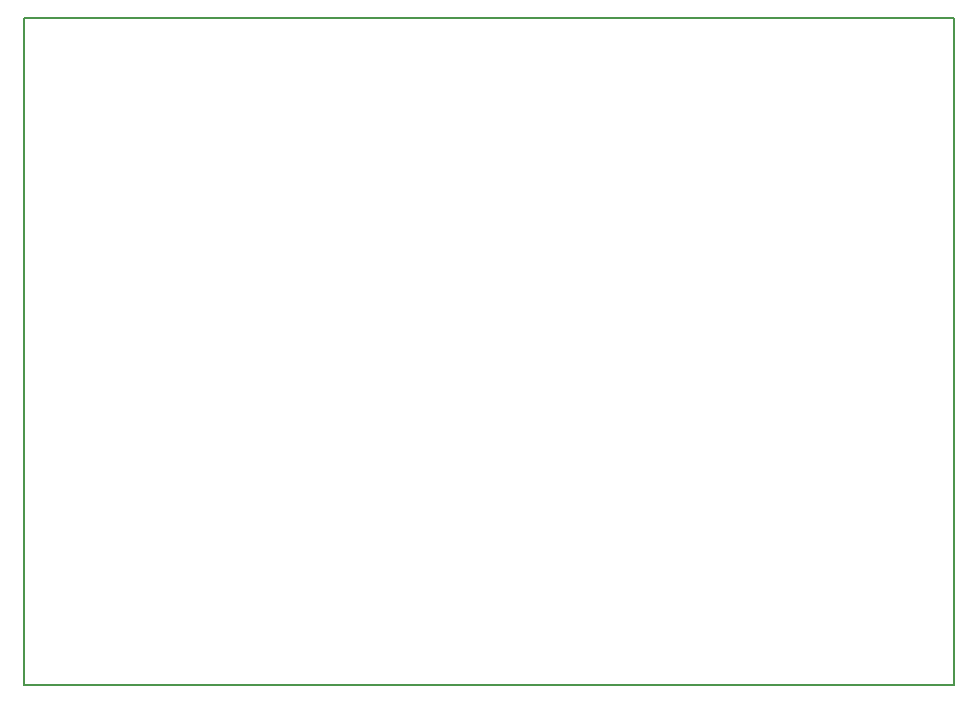
<source format=gbr>
G04 #@! TF.GenerationSoftware,KiCad,Pcbnew,5.1.5-52549c5~86~ubuntu19.10.1*
G04 #@! TF.CreationDate,2020-05-08T07:49:48-07:00*
G04 #@! TF.ProjectId,tipi,74697069-2e6b-4696-9361-645f70636258,2*
G04 #@! TF.SameCoordinates,Original*
G04 #@! TF.FileFunction,Profile,NP*
%FSLAX46Y46*%
G04 Gerber Fmt 4.6, Leading zero omitted, Abs format (unit mm)*
G04 Created by KiCad (PCBNEW 5.1.5-52549c5~86~ubuntu19.10.1) date 2020-05-08 07:49:48*
%MOMM*%
%LPD*%
G04 APERTURE LIST*
%ADD10C,0.150000*%
G04 APERTURE END LIST*
D10*
X35560000Y-155575000D02*
X35560000Y-99060000D01*
X114300000Y-155575000D02*
X35560000Y-155575000D01*
X114300000Y-99060000D02*
X114300000Y-155575000D01*
X35560000Y-99060000D02*
X114300000Y-99060000D01*
M02*

</source>
